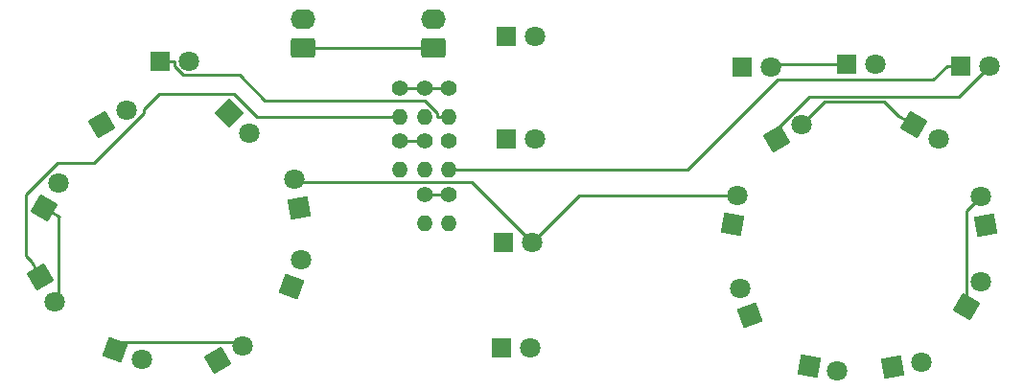
<source format=gbr>
%TF.GenerationSoftware,KiCad,Pcbnew,(6.0.7-1)-1*%
%TF.CreationDate,2023-11-12T08:24:24+10:00*%
%TF.ProjectId,HYD ISO Panel PCB V2,48594420-4953-44f2-9050-616e656c2050,rev?*%
%TF.SameCoordinates,Original*%
%TF.FileFunction,Copper,L1,Top*%
%TF.FilePolarity,Positive*%
%FSLAX46Y46*%
G04 Gerber Fmt 4.6, Leading zero omitted, Abs format (unit mm)*
G04 Created by KiCad (PCBNEW (6.0.7-1)-1) date 2023-11-12 08:24:24*
%MOMM*%
%LPD*%
G01*
G04 APERTURE LIST*
G04 Aperture macros list*
%AMRoundRect*
0 Rectangle with rounded corners*
0 $1 Rounding radius*
0 $2 $3 $4 $5 $6 $7 $8 $9 X,Y pos of 4 corners*
0 Add a 4 corners polygon primitive as box body*
4,1,4,$2,$3,$4,$5,$6,$7,$8,$9,$2,$3,0*
0 Add four circle primitives for the rounded corners*
1,1,$1+$1,$2,$3*
1,1,$1+$1,$4,$5*
1,1,$1+$1,$6,$7*
1,1,$1+$1,$8,$9*
0 Add four rect primitives between the rounded corners*
20,1,$1+$1,$2,$3,$4,$5,0*
20,1,$1+$1,$4,$5,$6,$7,0*
20,1,$1+$1,$6,$7,$8,$9,0*
20,1,$1+$1,$8,$9,$2,$3,0*%
%AMRotRect*
0 Rectangle, with rotation*
0 The origin of the aperture is its center*
0 $1 length*
0 $2 width*
0 $3 Rotation angle, in degrees counterclockwise*
0 Add horizontal line*
21,1,$1,$2,0,0,$3*%
G04 Aperture macros list end*
%TA.AperFunction,ComponentPad*%
%ADD10R,1.800000X1.800000*%
%TD*%
%TA.AperFunction,ComponentPad*%
%ADD11C,1.800000*%
%TD*%
%TA.AperFunction,ComponentPad*%
%ADD12RotRect,1.800000X1.800000X315.000000*%
%TD*%
%TA.AperFunction,ComponentPad*%
%ADD13RotRect,1.800000X1.800000X100.000000*%
%TD*%
%TA.AperFunction,ComponentPad*%
%ADD14RotRect,1.800000X1.800000X70.000000*%
%TD*%
%TA.AperFunction,ComponentPad*%
%ADD15RotRect,1.800000X1.800000X30.000000*%
%TD*%
%TA.AperFunction,ComponentPad*%
%ADD16RotRect,1.800000X1.800000X340.000000*%
%TD*%
%TA.AperFunction,ComponentPad*%
%ADD17RotRect,1.800000X1.800000X300.000000*%
%TD*%
%TA.AperFunction,ComponentPad*%
%ADD18RotRect,1.800000X1.800000X60.000000*%
%TD*%
%TA.AperFunction,ComponentPad*%
%ADD19RotRect,1.800000X1.800000X330.000000*%
%TD*%
%TA.AperFunction,ComponentPad*%
%ADD20RotRect,1.800000X1.800000X80.000000*%
%TD*%
%TA.AperFunction,ComponentPad*%
%ADD21RotRect,1.800000X1.800000X110.000000*%
%TD*%
%TA.AperFunction,ComponentPad*%
%ADD22RotRect,1.800000X1.800000X350.000000*%
%TD*%
%TA.AperFunction,ComponentPad*%
%ADD23RotRect,1.800000X1.800000X10.000000*%
%TD*%
%TA.AperFunction,ComponentPad*%
%ADD24RoundRect,0.250000X0.845000X-0.620000X0.845000X0.620000X-0.845000X0.620000X-0.845000X-0.620000X0*%
%TD*%
%TA.AperFunction,ComponentPad*%
%ADD25O,2.190000X1.740000*%
%TD*%
%TA.AperFunction,ComponentPad*%
%ADD26C,1.400000*%
%TD*%
%TA.AperFunction,ComponentPad*%
%ADD27O,1.400000X1.400000*%
%TD*%
%TA.AperFunction,Conductor*%
%ADD28C,0.250000*%
%TD*%
G04 APERTURE END LIST*
D10*
%TO.P,D1,1,K*%
%TO.N,Net-(D1-Pad1)*%
X90425000Y-68150000D03*
D11*
%TO.P,D1,2,A*%
%TO.N,Net-(D1-Pad2)*%
X92965000Y-68150000D03*
%TD*%
D12*
%TO.P,D2,1,K*%
%TO.N,Net-(D1-Pad2)*%
X96500000Y-72700000D03*
D11*
%TO.P,D2,2,A*%
%TO.N,Net-(D2-Pad2)*%
X98296051Y-74496051D03*
%TD*%
D13*
%TO.P,D3,1,K*%
%TO.N,Net-(D2-Pad2)*%
X102700000Y-81100000D03*
D11*
%TO.P,D3,2,A*%
%TO.N,/LED+12V*%
X102258934Y-78598588D03*
%TD*%
D14*
%TO.P,D4,1,K*%
%TO.N,Net-(D4-Pad1)*%
X102013900Y-88098100D03*
D11*
%TO.P,D4,2,A*%
%TO.N,Net-(D4-Pad2)*%
X102882631Y-85711281D03*
%TD*%
D15*
%TO.P,D5,1,K*%
%TO.N,Net-(D4-Pad2)*%
X95500000Y-94600000D03*
D11*
%TO.P,D5,2,A*%
%TO.N,Net-(D5-Pad2)*%
X97699705Y-93330000D03*
%TD*%
D16*
%TO.P,D6,1,K*%
%TO.N,Net-(D5-Pad2)*%
X86451900Y-93663900D03*
D11*
%TO.P,D6,2,A*%
%TO.N,/LED+12V*%
X88838719Y-94532631D03*
%TD*%
D17*
%TO.P,D7,1,K*%
%TO.N,Net-(D7-Pad1)*%
X79862500Y-87245800D03*
D11*
%TO.P,D7,2,A*%
%TO.N,Net-(D7-Pad2)*%
X81132500Y-89445505D03*
%TD*%
D18*
%TO.P,D8,1,K*%
%TO.N,Net-(D7-Pad2)*%
X80150000Y-81100000D03*
D11*
%TO.P,D8,2,A*%
%TO.N,Net-(D8-Pad2)*%
X81420000Y-78900295D03*
%TD*%
D15*
%TO.P,D9,1,K*%
%TO.N,Net-(D8-Pad2)*%
X85250000Y-73750000D03*
D11*
%TO.P,D9,2,A*%
%TO.N,/LED+12V*%
X87449705Y-72480000D03*
%TD*%
D10*
%TO.P,D10,1,K*%
%TO.N,Net-(D10-Pad1)*%
X120975000Y-65950000D03*
D11*
%TO.P,D10,2,A*%
%TO.N,Net-(D10-Pad2)*%
X123515000Y-65950000D03*
%TD*%
D10*
%TO.P,D11,1,K*%
%TO.N,Net-(D10-Pad2)*%
X121025000Y-75000000D03*
D11*
%TO.P,D11,2,A*%
%TO.N,Net-(D11-Pad2)*%
X123565000Y-75000000D03*
%TD*%
D10*
%TO.P,D12,1,K*%
%TO.N,Net-(D11-Pad2)*%
X120750000Y-84200000D03*
D11*
%TO.P,D12,2,A*%
%TO.N,/LED+12V*%
X123290000Y-84200000D03*
%TD*%
D10*
%TO.P,D13,1,K*%
%TO.N,Net-(D13-Pad1)*%
X120550000Y-93450000D03*
D11*
%TO.P,D13,2,A*%
%TO.N,Net-(D13-Pad2)*%
X123090000Y-93450000D03*
%TD*%
D10*
%TO.P,D14,1,K*%
%TO.N,Net-(D13-Pad2)*%
X141825000Y-68650000D03*
D11*
%TO.P,D14,2,A*%
%TO.N,Net-(D14-Pad2)*%
X144365000Y-68650000D03*
%TD*%
D10*
%TO.P,D15,1,K*%
%TO.N,Net-(D14-Pad2)*%
X151050000Y-68402000D03*
D11*
%TO.P,D15,2,A*%
%TO.N,/LED+12V*%
X153590000Y-68402000D03*
%TD*%
D10*
%TO.P,D16,1,K*%
%TO.N,Net-(D16-Pad1)*%
X161126000Y-68554400D03*
D11*
%TO.P,D16,2,A*%
%TO.N,Net-(D16-Pad2)*%
X163666000Y-68554400D03*
%TD*%
D15*
%TO.P,D17,1,K*%
%TO.N,Net-(D16-Pad2)*%
X144845800Y-75037500D03*
D11*
%TO.P,D17,2,A*%
%TO.N,Net-(D17-Pad2)*%
X147045505Y-73767500D03*
%TD*%
D19*
%TO.P,D18,1,K*%
%TO.N,Net-(D17-Pad2)*%
X156945800Y-73762500D03*
D11*
%TO.P,D18,2,A*%
%TO.N,/LED+12V*%
X159145505Y-75032500D03*
%TD*%
D20*
%TO.P,D24,1,K*%
%TO.N,Net-(D23-Pad2)*%
X140978600Y-82555600D03*
D11*
%TO.P,D24,2,A*%
%TO.N,/LED+12V*%
X141419666Y-80054188D03*
%TD*%
D13*
%TO.P,D19,1,K*%
%TO.N,Net-(D19-Pad1)*%
X163300000Y-82650000D03*
D11*
%TO.P,D19,2,A*%
%TO.N,Net-(D19-Pad2)*%
X162858934Y-80148588D03*
%TD*%
D21*
%TO.P,D23,1,K*%
%TO.N,Net-(D22-Pad2)*%
X142533200Y-90600000D03*
D11*
%TO.P,D23,2,A*%
%TO.N,Net-(D23-Pad2)*%
X141664469Y-88213181D03*
%TD*%
D18*
%TO.P,D20,1,K*%
%TO.N,Net-(D19-Pad2)*%
X161612500Y-89854200D03*
D11*
%TO.P,D20,2,A*%
%TO.N,Net-(D20-Pad2)*%
X162882500Y-87654495D03*
%TD*%
D22*
%TO.P,D22,1,K*%
%TO.N,Net-(D22-Pad1)*%
X147725000Y-95100000D03*
D11*
%TO.P,D22,2,A*%
%TO.N,Net-(D22-Pad2)*%
X150226412Y-95541066D03*
%TD*%
D23*
%TO.P,D21,1,K*%
%TO.N,Net-(D20-Pad2)*%
X155125000Y-95200000D03*
D11*
%TO.P,D21,2,A*%
%TO.N,/LED+12V*%
X157626412Y-94758934D03*
%TD*%
D24*
%TO.P,J1,1,Pin_1*%
%TO.N,/LED+12V*%
X103019000Y-67004000D03*
D25*
%TO.P,J1,2,Pin_2*%
%TO.N,/LED-12V*%
X103019000Y-64464000D03*
%TD*%
D24*
%TO.P,J2,1,Pin_1*%
%TO.N,/LED+12V*%
X114525000Y-67004000D03*
D25*
%TO.P,J2,2,Pin_2*%
%TO.N,/LED-12V*%
X114525000Y-64464000D03*
%TD*%
D26*
%TO.P,R1,1*%
%TO.N,/LED-12V*%
X115900000Y-70580000D03*
D27*
%TO.P,R1,2*%
%TO.N,Net-(D1-Pad1)*%
X115900000Y-73120000D03*
%TD*%
D26*
%TO.P,R5,1*%
%TO.N,/LED-12V*%
X115900000Y-79900000D03*
D27*
%TO.P,R5,2*%
%TO.N,Net-(D13-Pad1)*%
X115900000Y-82440000D03*
%TD*%
D26*
%TO.P,R6,1*%
%TO.N,/LED-12V*%
X115900000Y-75230000D03*
D27*
%TO.P,R6,2*%
%TO.N,Net-(D16-Pad1)*%
X115900000Y-77770000D03*
%TD*%
D26*
%TO.P,R2,1*%
%TO.N,/LED-12V*%
X113750000Y-79900000D03*
D27*
%TO.P,R2,2*%
%TO.N,Net-(D4-Pad1)*%
X113750000Y-82440000D03*
%TD*%
D26*
%TO.P,R3,1*%
%TO.N,/LED-12V*%
X111600000Y-70580000D03*
D27*
%TO.P,R3,2*%
%TO.N,Net-(D7-Pad1)*%
X111600000Y-73120000D03*
%TD*%
D26*
%TO.P,R8,1*%
%TO.N,/LED-12V*%
X113750000Y-75230000D03*
D27*
%TO.P,R8,2*%
%TO.N,Net-(D22-Pad1)*%
X113750000Y-77770000D03*
%TD*%
D26*
%TO.P,R4,1*%
%TO.N,/LED-12V*%
X111600000Y-75230000D03*
D27*
%TO.P,R4,2*%
%TO.N,Net-(D10-Pad1)*%
X111600000Y-77770000D03*
%TD*%
D26*
%TO.P,R7,1*%
%TO.N,/LED-12V*%
X113750000Y-70580000D03*
D27*
%TO.P,R7,2*%
%TO.N,Net-(D19-Pad1)*%
X113750000Y-73120000D03*
%TD*%
D28*
%TO.N,Net-(D1-Pad1)*%
X97415800Y-69375300D02*
X92416000Y-69375300D01*
X91650300Y-68609600D02*
X91650300Y-68150000D01*
X90425000Y-68150000D02*
X91650300Y-68150000D01*
X115900000Y-73120000D02*
X114874700Y-73120000D01*
X113783700Y-71644400D02*
X99684900Y-71644400D01*
X99684900Y-71644400D02*
X97415800Y-69375300D01*
X114874700Y-73120000D02*
X114874700Y-72735400D01*
X114874700Y-72735400D02*
X113783700Y-71644400D01*
X92416000Y-69375300D02*
X91650300Y-68609600D01*
%TO.N,Net-(D5-Pad2)*%
X87117500Y-92998300D02*
X97368000Y-92998300D01*
X97368000Y-92998300D02*
X97699700Y-93330000D01*
X86451900Y-93663900D02*
X87117500Y-92998300D01*
%TO.N,Net-(D7-Pad2)*%
X80150000Y-81100000D02*
X81495400Y-81876800D01*
X81438300Y-81933900D02*
X81438300Y-89139700D01*
X81438300Y-89139700D02*
X81132500Y-89445500D01*
X81495400Y-81876800D02*
X81438300Y-81933900D01*
%TO.N,/LED+12V*%
X102495400Y-78835100D02*
X102258900Y-78598600D01*
X103019000Y-67004000D02*
X114525000Y-67004000D01*
X141419700Y-80054200D02*
X127435800Y-80054200D01*
X127435800Y-80054200D02*
X123290000Y-84200000D01*
X123290000Y-84200000D02*
X117925100Y-78835100D01*
X117925100Y-78835100D02*
X102495400Y-78835100D01*
%TO.N,Net-(D14-Pad2)*%
X144613000Y-68402000D02*
X144365000Y-68650000D01*
X151050000Y-68402000D02*
X144613000Y-68402000D01*
%TO.N,Net-(D7-Pad1)*%
X78561100Y-85375800D02*
X79085700Y-85900400D01*
X78561100Y-79961000D02*
X78561100Y-85375800D01*
X96922000Y-71068000D02*
X90371800Y-71068000D01*
X88994500Y-72723800D02*
X84546600Y-77171700D01*
X79862500Y-87245800D02*
X79085700Y-85900400D01*
X111600000Y-73120000D02*
X98974000Y-73120000D01*
X81350400Y-77171700D02*
X78561100Y-79961000D01*
X98974000Y-73120000D02*
X96922000Y-71068000D01*
X88994500Y-72445300D02*
X88994500Y-72723800D01*
X84546600Y-77171700D02*
X81350400Y-77171700D01*
X90371800Y-71068000D02*
X88994500Y-72445300D01*
%TO.N,Net-(D16-Pad2)*%
X147730700Y-71273000D02*
X160947400Y-71273000D01*
X144845800Y-74157900D02*
X147730700Y-71273000D01*
X144845800Y-75037500D02*
X144845800Y-74157900D01*
X160947400Y-71273000D02*
X163666000Y-68554400D01*
%TO.N,Net-(D17-Pad2)*%
X155600400Y-72985700D02*
X154345200Y-71730500D01*
X154345200Y-71730500D02*
X149082500Y-71730500D01*
X156945800Y-73762500D02*
X155600400Y-72985700D01*
X149082500Y-71730500D02*
X147045500Y-73767500D01*
%TO.N,Net-(D19-Pad2)*%
X161612500Y-89854200D02*
X161612500Y-81395000D01*
X161612500Y-81395000D02*
X162858900Y-80148600D01*
%TO.N,Net-(D16-Pad1)*%
X158675400Y-69779700D02*
X159900700Y-68554400D01*
X115900000Y-77770000D02*
X136978000Y-77770000D01*
X136978000Y-77770000D02*
X144968300Y-69779700D01*
X144968300Y-69779700D02*
X158675400Y-69779700D01*
X161126000Y-68554400D02*
X159900700Y-68554400D01*
%TO.N,/LED-12V*%
X111600000Y-75230000D02*
X113750000Y-75230000D01*
X113750000Y-79900000D02*
X115900000Y-79900000D01*
X113750000Y-70580000D02*
X115900000Y-70580000D01*
X111600000Y-70580000D02*
X113750000Y-70580000D01*
%TD*%
M02*

</source>
